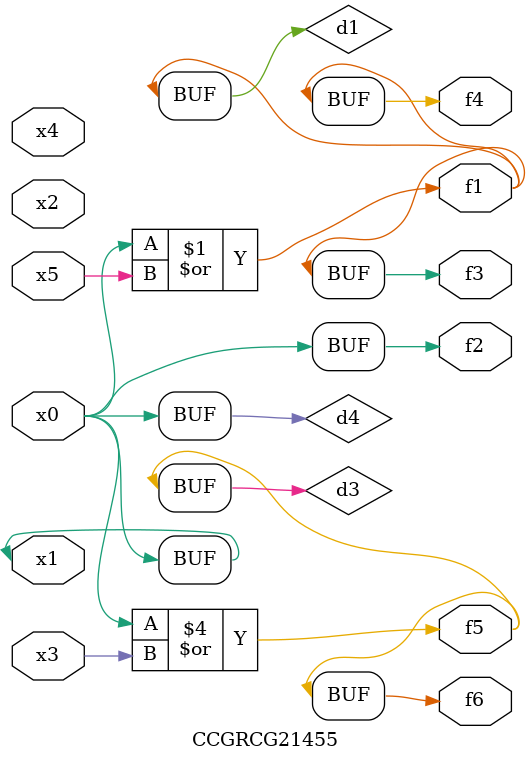
<source format=v>
module CCGRCG21455(
	input x0, x1, x2, x3, x4, x5,
	output f1, f2, f3, f4, f5, f6
);

	wire d1, d2, d3, d4;

	or (d1, x0, x5);
	xnor (d2, x1, x4);
	or (d3, x0, x3);
	buf (d4, x0, x1);
	assign f1 = d1;
	assign f2 = d4;
	assign f3 = d1;
	assign f4 = d1;
	assign f5 = d3;
	assign f6 = d3;
endmodule

</source>
